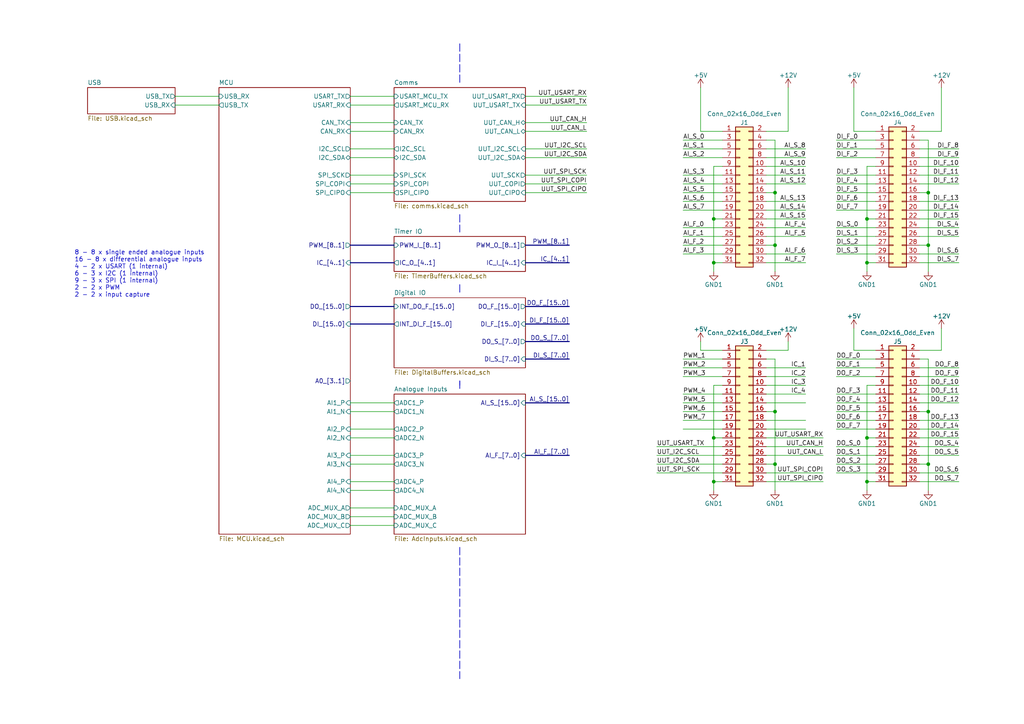
<source format=kicad_sch>
(kicad_sch (version 20211123) (generator eeschema)
  (paper "A4")
  (title_block (title "STM23G4 MCU TEST KIT") (rev "A") (comment 1 "M.KITCHENER"))
  (lib_symbols
    (symbol "Connector_Generic:Conn_02x16_Odd_Even" (pin_names (offset 1.016) hide)
      (property "Reference" "J" (at 1.27 20.32 0))
      (property "Value" "Conn_02x16_Odd_Even" (at 1.27 -22.86 0))
      (symbol "Conn_02x16_Odd_Even_1_1"
        (rectangle (start -1.27 -20.193) (end 0 -20.447) (stroke (width 0.1524)))
        (rectangle (start -1.27 -17.653) (end 0 -17.907) (stroke (width 0.1524)))
        (rectangle (start -1.27 -15.113) (end 0 -15.367) (stroke (width 0.1524)))
        (rectangle (start -1.27 -12.573) (end 0 -12.827) (stroke (width 0.1524)))
        (rectangle (start -1.27 -10.033) (end 0 -10.287) (stroke (width 0.1524)))
        (rectangle (start -1.27 -7.493) (end 0 -7.747) (stroke (width 0.1524)))
        (rectangle (start -1.27 -4.953) (end 0 -5.207) (stroke (width 0.1524)))
        (rectangle (start -1.27 -2.413) (end 0 -2.667) (stroke (width 0.1524)))
        (rectangle (start -1.27 0.127) (end 0 -0.127) (stroke (width 0.1524)))
        (rectangle (start -1.27 2.667) (end 0 2.413) (stroke (width 0.1524)))
        (rectangle (start -1.27 5.207) (end 0 4.953) (stroke (width 0.1524)))
        (rectangle (start -1.27 7.747) (end 0 7.493) (stroke (width 0.1524)))
        (rectangle (start -1.27 10.287) (end 0 10.033) (stroke (width 0.1524)))
        (rectangle (start -1.27 12.827) (end 0 12.573) (stroke (width 0.1524)))
        (rectangle (start -1.27 15.367) (end 0 15.113) (stroke (width 0.1524)))
        (rectangle (start -1.27 17.907) (end 0 17.653) (stroke (width 0.1524)))
        (rectangle (start -1.27 19.05) (end 3.81 -21.59) (stroke (width 0.254)) (fill (type background)))
        (rectangle (start 3.81 -20.193) (end 2.54 -20.447) (stroke (width 0.1524)))
        (rectangle (start 3.81 -17.653) (end 2.54 -17.907) (stroke (width 0.1524)))
        (rectangle (start 3.81 -15.113) (end 2.54 -15.367) (stroke (width 0.1524)))
        (rectangle (start 3.81 -12.573) (end 2.54 -12.827) (stroke (width 0.1524)))
        (rectangle (start 3.81 -10.033) (end 2.54 -10.287) (stroke (width 0.1524)))
        (rectangle (start 3.81 -7.493) (end 2.54 -7.747) (stroke (width 0.1524)))
        (rectangle (start 3.81 -4.953) (end 2.54 -5.207) (stroke (width 0.1524)))
        (rectangle (start 3.81 -2.413) (end 2.54 -2.667) (stroke (width 0.1524)))
        (rectangle (start 3.81 0.127) (end 2.54 -0.127) (stroke (width 0.1524)))
        (rectangle (start 3.81 2.667) (end 2.54 2.413) (stroke (width 0.1524)))
        (rectangle (start 3.81 5.207) (end 2.54 4.953) (stroke (width 0.1524)))
        (rectangle (start 3.81 7.747) (end 2.54 7.493) (stroke (width 0.1524)))
        (rectangle (start 3.81 10.287) (end 2.54 10.033) (stroke (width 0.1524)))
        (rectangle (start 3.81 12.827) (end 2.54 12.573) (stroke (width 0.1524)))
        (rectangle (start 3.81 15.367) (end 2.54 15.113) (stroke (width 0.1524)))
        (rectangle (start 3.81 17.907) (end 2.54 17.653) (stroke (width 0.1524)))
        (pin passive line (at -5.08 17.78 0) (length 3.81) (name "Pin_1") (number "1"))
        (pin passive line (at 7.62 7.62 180) (length 3.81) (name "Pin_10") (number "10"))
        (pin passive line (at -5.08 5.08 0) (length 3.81) (name "Pin_11") (number "11"))
        (pin passive line (at 7.62 5.08 180) (length 3.81) (name "Pin_12") (number "12"))
        (pin passive line (at -5.08 2.54 0) (length 3.81) (name "Pin_13") (number "13"))
        (pin passive line (at 7.62 2.54 180) (length 3.81) (name "Pin_14") (number "14"))
        (pin passive line (at -5.08 0 0) (length 3.81) (name "Pin_15") (number "15"))
        (pin passive line (at 7.62 0 180) (length 3.81) (name "Pin_16") (number "16"))
        (pin passive line (at -5.08 -2.54 0) (length 3.81) (name "Pin_17") (number "17"))
        (pin passive line (at 7.62 -2.54 180) (length 3.81) (name "Pin_18") (number "18"))
        (pin passive line (at -5.08 -5.08 0) (length 3.81) (name "Pin_19") (number "19"))
        (pin passive line (at 7.62 17.78 180) (length 3.81) (name "Pin_2") (number "2"))
        (pin passive line (at 7.62 -5.08 180) (length 3.81) (name "Pin_20") (number "20"))
        (pin passive line (at -5.08 -7.62 0) (length 3.81) (name "Pin_21") (number "21"))
        (pin passive line (at 7.62 -7.62 180) (length 3.81) (name "Pin_22") (number "22"))
        (pin passive line (at -5.08 -10.16 0) (length 3.81) (name "Pin_23") (number "23"))
        (pin passive line (at 7.62 -10.16 180) (length 3.81) (name "Pin_24") (number "24"))
        (pin passive line (at -5.08 -12.7 0) (length 3.81) (name "Pin_25") (number "25"))
        (pin passive line (at 7.62 -12.7 180) (length 3.81) (name "Pin_26") (number "26"))
        (pin passive line (at -5.08 -15.24 0) (length 3.81) (name "Pin_27") (number "27"))
        (pin passive line (at 7.62 -15.24 180) (length 3.81) (name "Pin_28") (number "28"))
        (pin passive line (at -5.08 -17.78 0) (length 3.81) (name "Pin_29") (number "29"))
        (pin passive line (at -5.08 15.24 0) (length 3.81) (name "Pin_3") (number "3"))
        (pin passive line (at 7.62 -17.78 180) (length 3.81) (name "Pin_30") (number "30"))
        (pin passive line (at -5.08 -20.32 0) (length 3.81) (name "Pin_31") (number "31"))
        (pin passive line (at 7.62 -20.32 180) (length 3.81) (name "Pin_32") (number "32"))
        (pin passive line (at 7.62 15.24 180) (length 3.81) (name "Pin_4") (number "4"))
        (pin passive line (at -5.08 12.7 0) (length 3.81) (name "Pin_5") (number "5"))
        (pin passive line (at 7.62 12.7 180) (length 3.81) (name "Pin_6") (number "6"))
        (pin passive line (at -5.08 10.16 0) (length 3.81) (name "Pin_7") (number "7"))
        (pin passive line (at 7.62 10.16 180) (length 3.81) (name "Pin_8") (number "8"))
        (pin passive line (at -5.08 7.62 0) (length 3.81) (name "Pin_9") (number "9"))
      )
    )
    (symbol "power:+12V" (power) (pin_names (offset 0))
      (property "Value" "+12V" (at 0 3.556 0))
      (symbol "+12V_0_1"
        (polyline (pts (xy -0.762 1.27) (xy 0 2.54)))
        (polyline (pts (xy 0 0) (xy 0 2.54)))
        (polyline (pts (xy 0 2.54) (xy 0.762 1.27)))
      )
      (symbol "+12V_1_1"
        (pin power_in line (at 0 0 90) (length 0) hide (name "+12V") (number "1"))
      )
    )
    (symbol "power:+5V" (power) (pin_names (offset 0))
      (property "Value" "+5V" (at 0 3.556 0))
      (symbol "+5V_0_1"
        (polyline (pts (xy -0.762 1.27) (xy 0 2.54)))
        (polyline (pts (xy 0 0) (xy 0 2.54)))
        (polyline (pts (xy 0 2.54) (xy 0.762 1.27)))
      )
      (symbol "+5V_1_1"
        (pin power_in line (at 0 0 90) (length 0) hide (name "+5V") (number "1"))
      )
    )
    (symbol "power:GND1" (power) (pin_names (offset 0))
      (property "Value" "GND1" (at 0 -3.81 0))
      (symbol "GND1_0_1"
        (polyline (pts (xy 0 0) (xy 0 -1.27) (xy 1.27 -1.27) (xy 0 -2.54) (xy -1.27 -1.27) (xy 0 -1.27)))
      )
      (symbol "GND1_1_1"
        (pin power_in line (at 0 0 270) (length 0) hide (name "GND1") (number "1"))
      )
    )
  )
  (junction (at 207.01 127))
  (junction (at 224.79 134.62))
  (junction (at 269.24 119.38))
  (junction (at 207.01 63.5))
  (junction (at 207.01 76.2))
  (junction (at 207.01 139.7))
  (junction (at 269.24 134.62))
  (junction (at 269.24 55.88))
  (junction (at 251.46 63.5))
  (junction (at 251.46 127))
  (junction (at 269.24 71.12))
  (junction (at 251.46 139.7))
  (junction (at 224.79 119.38))
  (junction (at 224.79 71.12))
  (junction (at 224.79 55.88))
  (junction (at 251.46 76.2))
  (wire (pts (xy 101.6 152.4) (xy 114.3 152.4)))
  (wire (pts (xy 242.57 134.62) (xy 254 134.62)))
  (wire (pts (xy 198.12 119.38) (xy 209.55 119.38)))
  (wire (pts (xy 198.12 45.72) (xy 209.55 45.72)))
  (wire (pts (xy 266.7 119.38) (xy 269.24 119.38)))
  (wire (pts (xy 198.12 71.12) (xy 209.55 71.12)))
  (wire (pts (xy 152.4 50.8) (xy 170.18 50.8)))
  (wire (pts (xy 209.55 48.26) (xy 207.01 48.26)))
  (wire (pts (xy 233.68 116.84) (xy 222.25 116.84)))
  (wire (pts (xy 242.57 132.08) (xy 254 132.08)))
  (wire (pts (xy 251.46 76.2) (xy 254 76.2)))
  (wire (pts (xy 222.25 101.6) (xy 228.6 101.6)))
  (wire (pts (xy 233.68 124.46) (xy 222.25 124.46)))
  (wire (pts (xy 209.55 38.1) (xy 203.2 38.1)))
  (wire (pts (xy 242.57 121.92) (xy 254 121.92)))
  (wire (pts (xy 190.5 137.16) (xy 209.55 137.16)))
  (wire (pts (xy 242.57 114.3) (xy 254 114.3)))
  (wire (pts (xy 278.13 114.3) (xy 266.7 114.3)))
  (bus (pts (xy 101.6 93.98) (xy 114.3 93.98)))
  (wire (pts (xy 101.6 124.46) (xy 114.3 124.46)))
  (wire (pts (xy 242.57 124.46) (xy 254 124.46)))
  (wire (pts (xy 278.13 53.34) (xy 266.7 53.34)))
  (wire (pts (xy 251.46 127) (xy 251.46 139.7)))
  (wire (pts (xy 233.68 63.5) (xy 222.25 63.5)))
  (wire (pts (xy 269.24 104.14) (xy 269.24 119.38)))
  (wire (pts (xy 242.57 109.22) (xy 254 109.22)))
  (wire (pts (xy 198.12 124.46) (xy 209.55 124.46)))
  (wire (pts (xy 247.65 95.25) (xy 247.65 101.6)))
  (wire (pts (xy 101.6 53.34) (xy 114.3 53.34)))
  (wire (pts (xy 152.4 55.88) (xy 170.18 55.88)))
  (wire (pts (xy 251.46 139.7) (xy 254 139.7)))
  (wire (pts (xy 251.46 48.26) (xy 251.46 63.5)))
  (wire (pts (xy 198.12 68.58) (xy 209.55 68.58)))
  (wire (pts (xy 101.6 139.7) (xy 114.3 139.7)))
  (wire (pts (xy 224.79 134.62) (xy 224.79 142.24)))
  (wire (pts (xy 278.13 45.72) (xy 266.7 45.72)))
  (wire (pts (xy 207.01 63.5) (xy 209.55 63.5)))
  (wire (pts (xy 233.68 111.76) (xy 222.25 111.76)))
  (wire (pts (xy 222.25 38.1) (xy 228.6 38.1)))
  (wire (pts (xy 224.79 40.64) (xy 224.79 55.88)))
  (wire (pts (xy 222.25 134.62) (xy 224.79 134.62)))
  (wire (pts (xy 278.13 60.96) (xy 266.7 60.96)))
  (wire (pts (xy 198.12 104.14) (xy 209.55 104.14)))
  (wire (pts (xy 242.57 50.8) (xy 254 50.8)))
  (wire (pts (xy 254 48.26) (xy 251.46 48.26)))
  (wire (pts (xy 278.13 124.46) (xy 266.7 124.46)))
  (wire (pts (xy 233.68 53.34) (xy 222.25 53.34)))
  (bus (pts (xy 152.4 104.14) (xy 165.1 104.14)))
  (wire (pts (xy 278.13 50.8) (xy 266.7 50.8)))
  (wire (pts (xy 242.57 43.18) (xy 254 43.18)))
  (wire (pts (xy 152.4 38.1) (xy 170.18 38.1)))
  (wire (pts (xy 203.2 99.06) (xy 203.2 101.6)))
  (wire (pts (xy 242.57 106.68) (xy 254 106.68)))
  (wire (pts (xy 101.6 38.1) (xy 114.3 38.1)))
  (wire (pts (xy 273.05 25.4) (xy 273.05 38.1)))
  (bus (pts (xy 152.4 71.12) (xy 165.1 71.12)))
  (wire (pts (xy 209.55 101.6) (xy 203.2 101.6)))
  (wire (pts (xy 101.6 119.38) (xy 114.3 119.38)))
  (wire (pts (xy 278.13 111.76) (xy 266.7 111.76)))
  (wire (pts (xy 101.6 142.24) (xy 114.3 142.24)))
  (wire (pts (xy 207.01 111.76) (xy 207.01 127)))
  (wire (pts (xy 198.12 106.68) (xy 209.55 106.68)))
  (polyline (pts (xy 133.35 12.7) (xy 133.35 24.13)) (stroke (width 0.2)))
  (wire (pts (xy 50.8 30.48) (xy 63.5 30.48)))
  (wire (pts (xy 233.68 48.26) (xy 222.25 48.26)))
  (wire (pts (xy 266.7 38.1) (xy 273.05 38.1)))
  (wire (pts (xy 101.6 55.88) (xy 114.3 55.88)))
  (wire (pts (xy 101.6 50.8) (xy 114.3 50.8)))
  (polyline (pts (xy 133.35 110.49) (xy 133.35 111.76)) (stroke (width 0.2)))
  (wire (pts (xy 207.01 139.7) (xy 209.55 139.7)))
  (wire (pts (xy 251.46 76.2) (xy 251.46 78.74)))
  (wire (pts (xy 222.25 40.64) (xy 224.79 40.64)))
  (wire (pts (xy 278.13 127) (xy 266.7 127)))
  (wire (pts (xy 251.46 63.5) (xy 254 63.5)))
  (wire (pts (xy 198.12 58.42) (xy 209.55 58.42)))
  (wire (pts (xy 224.79 71.12) (xy 224.79 78.74)))
  (wire (pts (xy 233.68 73.66) (xy 222.25 73.66)))
  (wire (pts (xy 254 101.6) (xy 247.65 101.6)))
  (wire (pts (xy 242.57 68.58) (xy 254 68.58)))
  (wire (pts (xy 198.12 109.22) (xy 209.55 109.22)))
  (wire (pts (xy 233.68 58.42) (xy 222.25 58.42)))
  (wire (pts (xy 198.12 116.84) (xy 209.55 116.84)))
  (wire (pts (xy 152.4 35.56) (xy 170.18 35.56)))
  (wire (pts (xy 101.6 147.32) (xy 114.3 147.32)))
  (wire (pts (xy 198.12 114.3) (xy 209.55 114.3)))
  (wire (pts (xy 198.12 40.64) (xy 209.55 40.64)))
  (wire (pts (xy 242.57 104.14) (xy 254 104.14)))
  (wire (pts (xy 152.4 30.48) (xy 170.18 30.48)))
  (wire (pts (xy 222.25 71.12) (xy 224.79 71.12)))
  (wire (pts (xy 198.12 73.66) (xy 209.55 73.66)))
  (wire (pts (xy 233.68 68.58) (xy 222.25 68.58)))
  (wire (pts (xy 266.7 104.14) (xy 269.24 104.14)))
  (wire (pts (xy 278.13 137.16) (xy 266.7 137.16)))
  (wire (pts (xy 278.13 63.5) (xy 266.7 63.5)))
  (wire (pts (xy 209.55 111.76) (xy 207.01 111.76)))
  (wire (pts (xy 238.76 127) (xy 222.25 127)))
  (wire (pts (xy 228.6 99.06) (xy 228.6 101.6)))
  (wire (pts (xy 233.68 66.04) (xy 222.25 66.04)))
  (wire (pts (xy 242.57 58.42) (xy 254 58.42)))
  (wire (pts (xy 269.24 134.62) (xy 269.24 142.24)))
  (wire (pts (xy 207.01 48.26) (xy 207.01 63.5)))
  (wire (pts (xy 278.13 139.7) (xy 266.7 139.7)))
  (wire (pts (xy 198.12 121.92) (xy 209.55 121.92)))
  (wire (pts (xy 207.01 76.2) (xy 209.55 76.2)))
  (wire (pts (xy 242.57 119.38) (xy 254 119.38)))
  (wire (pts (xy 198.12 60.96) (xy 209.55 60.96)))
  (bus (pts (xy 152.4 93.98) (xy 165.1 93.98)))
  (polyline (pts (xy 133.35 82.55) (xy 133.35 85.09)) (stroke (width 0.2)))
  (wire (pts (xy 278.13 109.22) (xy 266.7 109.22)))
  (wire (pts (xy 251.46 139.7) (xy 251.46 142.24)))
  (wire (pts (xy 266.7 55.88) (xy 269.24 55.88)))
  (wire (pts (xy 101.6 27.94) (xy 114.3 27.94)))
  (wire (pts (xy 238.76 129.54) (xy 222.25 129.54)))
  (bus (pts (xy 152.4 88.9) (xy 165.1 88.9)))
  (wire (pts (xy 233.68 109.22) (xy 222.25 109.22)))
  (wire (pts (xy 266.7 71.12) (xy 269.24 71.12)))
  (wire (pts (xy 269.24 71.12) (xy 269.24 78.74)))
  (wire (pts (xy 242.57 45.72) (xy 254 45.72)))
  (wire (pts (xy 101.6 116.84) (xy 114.3 116.84)))
  (wire (pts (xy 207.01 127) (xy 209.55 127)))
  (wire (pts (xy 203.2 25.4) (xy 203.2 38.1)))
  (wire (pts (xy 278.13 66.04) (xy 266.7 66.04)))
  (wire (pts (xy 269.24 55.88) (xy 269.24 71.12)))
  (wire (pts (xy 152.4 27.94) (xy 170.18 27.94)))
  (wire (pts (xy 278.13 48.26) (xy 266.7 48.26)))
  (wire (pts (xy 207.01 63.5) (xy 207.01 76.2)))
  (wire (pts (xy 222.25 119.38) (xy 224.79 119.38)))
  (wire (pts (xy 242.57 66.04) (xy 254 66.04)))
  (polyline (pts (xy 133.35 158.75) (xy 133.35 196.85)) (stroke (width 0.2)))
  (wire (pts (xy 190.5 129.54) (xy 209.55 129.54)))
  (wire (pts (xy 152.4 53.34) (xy 170.18 53.34)))
  (wire (pts (xy 101.6 45.72) (xy 114.3 45.72)))
  (wire (pts (xy 233.68 114.3) (xy 222.25 114.3)))
  (wire (pts (xy 242.57 55.88) (xy 254 55.88)))
  (wire (pts (xy 101.6 35.56) (xy 114.3 35.56)))
  (wire (pts (xy 101.6 43.18) (xy 114.3 43.18)))
  (wire (pts (xy 278.13 76.2) (xy 266.7 76.2)))
  (wire (pts (xy 224.79 119.38) (xy 224.79 134.62)))
  (wire (pts (xy 278.13 58.42) (xy 266.7 58.42)))
  (wire (pts (xy 266.7 134.62) (xy 269.24 134.62)))
  (wire (pts (xy 50.8 27.94) (xy 63.5 27.94)))
  (wire (pts (xy 198.12 53.34) (xy 209.55 53.34)))
  (wire (pts (xy 242.57 71.12) (xy 254 71.12)))
  (wire (pts (xy 233.68 60.96) (xy 222.25 60.96)))
  (bus (pts (xy 101.6 88.9) (xy 114.3 88.9)))
  (wire (pts (xy 269.24 119.38) (xy 269.24 134.62)))
  (wire (pts (xy 233.68 76.2) (xy 222.25 76.2)))
  (wire (pts (xy 278.13 132.08) (xy 266.7 132.08)))
  (bus (pts (xy 101.6 76.2) (xy 114.3 76.2)))
  (wire (pts (xy 278.13 73.66) (xy 266.7 73.66)))
  (wire (pts (xy 152.4 45.72) (xy 170.18 45.72)))
  (wire (pts (xy 207.01 76.2) (xy 207.01 78.74)))
  (wire (pts (xy 242.57 60.96) (xy 254 60.96)))
  (wire (pts (xy 190.5 132.08) (xy 209.55 132.08)))
  (wire (pts (xy 278.13 116.84) (xy 266.7 116.84)))
  (wire (pts (xy 233.68 45.72) (xy 222.25 45.72)))
  (wire (pts (xy 238.76 137.16) (xy 222.25 137.16)))
  (bus (pts (xy 152.4 76.2) (xy 165.1 76.2)))
  (wire (pts (xy 278.13 43.18) (xy 266.7 43.18)))
  (wire (pts (xy 101.6 30.48) (xy 114.3 30.48)))
  (wire (pts (xy 101.6 149.86) (xy 114.3 149.86)))
  (wire (pts (xy 278.13 121.92) (xy 266.7 121.92)))
  (wire (pts (xy 254 111.76) (xy 251.46 111.76)))
  (wire (pts (xy 101.6 127) (xy 114.3 127)))
  (wire (pts (xy 242.57 129.54) (xy 254 129.54)))
  (wire (pts (xy 224.79 104.14) (xy 224.79 119.38)))
  (wire (pts (xy 242.57 137.16) (xy 254 137.16)))
  (wire (pts (xy 222.25 104.14) (xy 224.79 104.14)))
  (bus (pts (xy 152.4 116.84) (xy 165.1 116.84)))
  (polyline (pts (xy 133.35 110.49) (xy 133.35 113.03)) (stroke (width 0.2)))
  (wire (pts (xy 222.25 55.88) (xy 224.79 55.88)))
  (wire (pts (xy 251.46 127) (xy 254 127)))
  (wire (pts (xy 238.76 139.7) (xy 222.25 139.7)))
  (wire (pts (xy 278.13 106.68) (xy 266.7 106.68)))
  (bus (pts (xy 101.6 71.12) (xy 114.3 71.12)))
  (bus (pts (xy 152.4 99.06) (xy 165.1 99.06)))
  (wire (pts (xy 247.65 25.4) (xy 247.65 38.1)))
  (wire (pts (xy 242.57 116.84) (xy 254 116.84)))
  (wire (pts (xy 278.13 129.54) (xy 266.7 129.54)))
  (wire (pts (xy 198.12 43.18) (xy 209.55 43.18)))
  (wire (pts (xy 269.24 40.64) (xy 269.24 55.88)))
  (wire (pts (xy 101.6 132.08) (xy 114.3 132.08)))
  (wire (pts (xy 198.12 50.8) (xy 209.55 50.8)))
  (wire (pts (xy 242.57 40.64) (xy 254 40.64)))
  (wire (pts (xy 101.6 134.62) (xy 114.3 134.62)))
  (wire (pts (xy 233.68 106.68) (xy 222.25 106.68)))
  (wire (pts (xy 233.68 121.92) (xy 222.25 121.92)))
  (wire (pts (xy 266.7 40.64) (xy 269.24 40.64)))
  (wire (pts (xy 254 38.1) (xy 247.65 38.1)))
  (wire (pts (xy 273.05 95.25) (xy 273.05 101.6)))
  (polyline (pts (xy 133.35 62.23) (xy 133.35 67.31)) (stroke (width 0.2)))
  (wire (pts (xy 224.79 55.88) (xy 224.79 71.12)))
  (wire (pts (xy 233.68 43.18) (xy 222.25 43.18)))
  (wire (pts (xy 251.46 63.5) (xy 251.46 76.2)))
  (wire (pts (xy 198.12 66.04) (xy 209.55 66.04)))
  (wire (pts (xy 228.6 25.4) (xy 228.6 38.1)))
  (wire (pts (xy 207.01 139.7) (xy 207.01 142.24)))
  (bus (pts (xy 152.4 132.08) (xy 165.1 132.08)))
  (wire (pts (xy 278.13 68.58) (xy 266.7 68.58)))
  (wire (pts (xy 266.7 101.6) (xy 273.05 101.6)))
  (wire (pts (xy 152.4 43.18) (xy 170.18 43.18)))
  (wire (pts (xy 198.12 55.88) (xy 209.55 55.88)))
  (wire (pts (xy 238.76 132.08) (xy 222.25 132.08)))
  (wire (pts (xy 190.5 134.62) (xy 209.55 134.62)))
  (wire (pts (xy 251.46 111.76) (xy 251.46 127)))
  (wire (pts (xy 242.57 73.66) (xy 254 73.66)))
  (wire (pts (xy 233.68 50.8) (xy 222.25 50.8)))
  (wire (pts (xy 207.01 127) (xy 207.01 139.7)))
  (wire (pts (xy 242.57 53.34) (xy 254 53.34)))
  (text "8 - 8 x single ended analogue inputs\n16 - 8 x differential analogue inputs\n4 - 2 x USART (1 internal)\n6 - 3 x I2C (1 internal)\n9 - 3 x SPI (1 internal)\n2 - 2 x PWM \n2 - 2 x input capture" (at 21.59 86.36 0) (effects (font (size 1.27 1.27)) (justify left bottom)))
  (label "UUT_CAN_L" (at 170.18 38.1 180))
  (label "DO_S_4" (at 278.13 129.54 180))
  (label "DI_S_1" (at 242.57 68.58 0))
  (label "DI_F_9" (at 278.13 45.72 180))
  (label "DI_F_12" (at 278.13 53.34 180))
  (label "UUT_SPI_CIPO" (at 238.76 139.7 180))
  (label "PWM_6" (at 198.12 119.38 0))
  (label "DO_S_1" (at 242.57 132.08 0))
  (label "DI_S_6" (at 278.13 73.66 180))
  (label "DO_F_9" (at 278.13 109.22 180))
  (label "DI_F_5" (at 242.57 55.88 0))
  (label "AI_F_2" (at 198.12 71.12 0))
  (label "DI_S_3" (at 242.57 73.66 0))
  (label "DO_F_10" (at 278.13 111.76 180))
  (label "DI_F_11" (at 278.13 50.8 180))
  (label "AI_F_4" (at 233.68 66.04 180))
  (label "UUT_USART_TX" (at 170.18 30.48 180))
  (label "DO_F_7" (at 242.57 124.46 0))
  (label "DI_F_14" (at 278.13 60.96 180))
  (label "UUT_CAN_H" (at 170.18 35.56 180))
  (label "IC_3" (at 233.68 111.76 180))
  (label "UUT_CAN_L" (at 238.76 132.08 180))
  (label "DO_F_14" (at 278.13 124.46 180))
  (label "AI_S_7" (at 198.12 60.96 0))
  (label "UUT_I2C_SCL" (at 170.18 43.18 180))
  (label "DO_S_[7..0]" (at 165.1 99.06 180))
  (label "DO_F_13" (at 278.13 121.92 180))
  (label "DO_F_0" (at 242.57 104.14 0))
  (label "PWM_7" (at 198.12 121.92 0))
  (label "DO_F_6" (at 242.57 121.92 0))
  (label "PWM_2" (at 198.12 106.68 0))
  (label "PWM_3" (at 198.12 109.22 0))
  (label "AI_S_10" (at 233.68 48.26 180))
  (label "AI_S_5" (at 198.12 55.88 0))
  (label "DI_F_1" (at 242.57 43.18 0))
  (label "UUT_I2C_SCL" (at 190.5 132.08 0))
  (label "DI_F_4" (at 242.57 53.34 0))
  (label "DO_F_1" (at 242.57 106.68 0))
  (label "AI_S_6" (at 198.12 58.42 0))
  (label "DI_F_2" (at 242.57 45.72 0))
  (label "UUT_I2C_SDA" (at 190.5 134.62 0))
  (label "AI_S_2" (at 198.12 45.72 0))
  (label "DI_S_5" (at 278.13 68.58 180))
  (label "AI_S_4" (at 198.12 53.34 0))
  (label "DO_S_3" (at 242.57 137.16 0))
  (label "PWM_5" (at 198.12 116.84 0))
  (label "UUT_SPI_CIPO" (at 170.18 55.88 180))
  (label "AI_F_0" (at 198.12 66.04 0))
  (label "DI_S_4" (at 278.13 66.04 180))
  (label "AI_F_[7..0]" (at 165.1 132.08 180))
  (label "DI_S_0" (at 242.57 66.04 0))
  (label "AI_F_1" (at 198.12 68.58 0))
  (label "PWM_1" (at 198.12 104.14 0))
  (label "UUT_USART_RX" (at 170.18 27.94 180))
  (label "IC_2" (at 233.68 109.22 180))
  (label "IC_4" (at 233.68 114.3 180))
  (label "DI_F_15" (at 278.13 63.5 180))
  (label "AI_F_3" (at 198.12 73.66 0))
  (label "UUT_I2C_SDA" (at 170.18 45.72 180))
  (label "AI_S_13" (at 233.68 58.42 180))
  (label "AI_F_6" (at 233.68 73.66 180))
  (label "DO_F_15" (at 278.13 127 180))
  (label "DI_F_0" (at 242.57 40.64 0))
  (label "DI_S_[7..0]" (at 165.1 104.14 180))
  (label "AI_S_11" (at 233.68 50.8 180))
  (label "DO_F_11" (at 278.13 114.3 180))
  (label "UUT_SPI_SCK" (at 170.18 50.8 180))
  (label "PWM_4" (at 198.12 114.3 0))
  (label "AI_S_8" (at 233.68 43.18 180))
  (label "DI_F_3" (at 242.57 50.8 0))
  (label "DI_F_7" (at 242.57 60.96 0))
  (label "UUT_SPI_COPI" (at 170.18 53.34 180))
  (label "DO_S_0" (at 242.57 129.54 0))
  (label "AI_S_1" (at 198.12 43.18 0))
  (label "DO_F_4" (at 242.57 116.84 0))
  (label "DO_S_6" (at 278.13 137.16 180))
  (label "DO_S_7" (at 278.13 139.7 180))
  (label "AI_S_12" (at 233.68 53.34 180))
  (label "PWM_[8..1]" (at 165.1 71.12 180))
  (label "AI_S_[15..0]" (at 165.1 116.84 180))
  (label "DO_F_2" (at 242.57 109.22 0))
  (label "AI_S_14" (at 233.68 60.96 180))
  (label "DI_S_7" (at 278.13 76.2 180))
  (label "AI_F_5" (at 233.68 68.58 180))
  (label "DO_S_2" (at 242.57 134.62 0))
  (label "IC_1" (at 233.68 106.68 180))
  (label "AI_S_0" (at 198.12 40.64 0))
  (label "DI_F_8" (at 278.13 43.18 180))
  (label "AI_S_3" (at 198.12 50.8 0))
  (label "UUT_USART_TX" (at 190.5 129.54 0))
  (label "DI_F_10" (at 278.13 48.26 180))
  (label "AI_S_9" (at 233.68 45.72 180))
  (label "UUT_SPI_COPI" (at 238.76 137.16 180))
  (label "DO_F_5" (at 242.57 119.38 0))
  (label "AI_S_15" (at 233.68 63.5 180))
  (label "DI_S_2" (at 242.57 71.12 0))
  (label "UUT_USART_RX" (at 238.76 127 180))
  (label "DO_F_12" (at 278.13 116.84 180))
  (label "DO_F_3" (at 242.57 114.3 0))
  (label "DI_F_[15..0]" (at 165.1 93.98 180))
  (label "IC_[4..1]" (at 165.1 76.2 180))
  (label "DO_S_5" (at 278.13 132.08 180))
  (label "DO_F_[15..0]" (at 165.1 88.9 180))
  (label "UUT_CAN_H" (at 238.76 129.54 180))
  (label "UUT_SPI_SCK" (at 190.5 137.16 0))
  (label "AI_F_7" (at 233.68 76.2 180))
  (label "DO_F_8" (at 278.13 106.68 180))
  (label "DI_F_6" (at 242.57 58.42 0))
  (label "DI_F_13" (at 278.13 58.42 180))
  (symbol (lib_id "power:GND1") (at 269.24 78.74 0) (unit 1)
    (property "Reference" "#PWR033" (effects hide))
    (property "Value" "GND1" (at 269.24 82.55 0))
  )
  (symbol (lib_id "power:GND1") (at 269.24 142.24 0) (unit 1)
    (property "Reference" "#PWR034" (effects hide))
    (property "Value" "GND1" (at 269.24 146.05 0))
  )
  (symbol (lib_id "power:+5V") (at 247.65 25.4 0) (unit 1)
    (property "Reference" "#PWR029" (effects hide))
    (property "Value" "+5V" (at 247.65 21.844 0))
  )
  (symbol (lib_id "power:+5V") (at 203.2 25.4 0) (unit 1)
    (property "Reference" "#PWR011" (effects hide))
    (property "Value" "+5V" (at 203.2 21.844 0))
  )
  (symbol (lib_id "power:GND1") (at 207.01 142.24 0) (unit 1)
    (property "Reference" "#PWR014" (effects hide))
    (property "Value" "GND1" (at 207.01 146.05 0))
  )
  (symbol (lib_id "power:GND1") (at 251.46 78.74 0) (unit 1)
    (property "Reference" "#PWR031" (effects hide))
    (property "Value" "GND1" (at 251.46 82.55 0))
  )
  (symbol (lib_id "power:GND1") (at 224.79 78.74 0) (unit 1)
    (property "Reference" "#PWR015" (effects hide))
    (property "Value" "GND1" (at 224.79 82.55 0))
  )
  (symbol (lib_id "Connector_Generic:Conn_02x16_Odd_Even") (at 214.63 119.38 0) (unit 1)
    (property "Reference" "J3" (at 215.9 99.06 0))
    (property "Value" "Conn_02x16_Odd_Even" (at 215.9 96.52 0))
    (property "Footprint" "Connector_PinHeader_2.00mm:PinHeader_2x32_P2.00mm_Horizontal" (effects hide))
  )
  (symbol (lib_id "power:GND1") (at 224.79 142.24 0) (unit 1)
    (property "Reference" "#PWR016" (effects hide))
    (property "Value" "GND1" (at 224.79 146.05 0))
  )
  (symbol (lib_id "power:+12V") (at 273.05 95.25 0) (unit 1)
    (property "Reference" "#PWR036" (effects hide))
    (property "Value" "+12V" (at 273.05 91.694 0))
  )
  (symbol (lib_id "Connector_Generic:Conn_02x16_Odd_Even") (at 259.08 55.88 0) (unit 1)
    (property "Reference" "J4" (at 260.35 35.56 0))
    (property "Value" "Conn_02x16_Odd_Even" (at 260.35 33.02 0))
    (property "Footprint" "Connector_PinHeader_2.00mm:PinHeader_2x32_P2.00mm_Horizontal" (effects hide))
  )
  (symbol (lib_id "power:GND1") (at 251.46 142.24 0) (unit 1)
    (property "Reference" "#PWR032" (effects hide))
    (property "Value" "GND1" (at 251.46 146.05 0))
  )
  (symbol (lib_id "power:+12V") (at 273.05 25.4 0) (unit 1)
    (property "Reference" "#PWR035" (effects hide))
    (property "Value" "+12V" (at 273.05 21.844 0))
  )
  (symbol (lib_id "Connector_Generic:Conn_02x16_Odd_Even") (at 214.63 55.88 0) (unit 1)
    (property "Reference" "J1" (at 215.9 35.56 0))
    (property "Value" "Conn_02x16_Odd_Even" (at 215.9 33.02 0))
    (property "Footprint" "Connector_PinHeader_2.00mm:PinHeader_2x32_P2.00mm_Horizontal" (effects hide))
  )
  (symbol (lib_id "power:+12V") (at 228.6 99.06 0) (unit 1)
    (property "Reference" "#PWR028" (effects hide))
    (property "Value" "+12V" (at 228.6 95.504 0))
  )
  (symbol (lib_id "Connector_Generic:Conn_02x16_Odd_Even") (at 259.08 119.38 0) (unit 1)
    (property "Reference" "J5" (at 260.35 99.06 0))
    (property "Value" "Conn_02x16_Odd_Even" (at 260.35 96.52 0))
    (property "Footprint" "Connector_PinHeader_2.00mm:PinHeader_2x32_P2.00mm_Horizontal" (effects hide))
  )
  (symbol (lib_id "power:+12V") (at 228.6 25.4 0) (unit 1)
    (property "Reference" "#PWR027" (effects hide))
    (property "Value" "+12V" (at 228.6 21.844 0))
  )
  (symbol (lib_id "power:GND1") (at 207.01 78.74 0) (unit 1)
    (property "Reference" "#PWR013" (effects hide))
    (property "Value" "GND1" (at 207.01 82.55 0))
  )
  (symbol (lib_id "power:+5V") (at 247.65 95.25 0) (unit 1)
    (property "Reference" "#PWR030" (effects hide))
    (property "Value" "+5V" (at 247.65 91.694 0))
  )
  (symbol (lib_id "power:+5V") (at 203.2 99.06 0) (unit 1)
    (property "Reference" "#PWR012" (effects hide))
    (property "Value" "+5V" (at 203.2 95.504 0))
  )
  (sheet (at 63.5 25.4) (size 38.1 129.54) (stroke (width 0.1524))
    (property "Sheet name" "MCU" (at 63.5 24.6884 0) (effects (justify left bottom)))
    (property "Sheet file" "MCU.kicad_sch" (at 63.5 155.5246 0) (effects (justify left top)))
    (pin "USB_TX" output (at 63.5 30.48 180))
    (pin "USB_RX" input (at 63.5 27.94 180))
    (pin "CAN_RX" input (at 101.6 38.1 0))
    (pin "CAN_TX" input (at 101.6 35.56 0))
    (pin "I2C_SCL" output (at 101.6 43.18 0))
    (pin "I2C_SDA" bidirectional (at 101.6 45.72 0))
    (pin "SPI_SCK" output (at 101.6 50.8 0))
    (pin "SPI_COPI" input (at 101.6 53.34 0))
    (pin "SPI_CIPO" input (at 101.6 55.88 0))
    (pin "USART_TX" output (at 101.6 27.94 0))
    (pin "USART_RX" input (at 101.6 30.48 0))
    (pin "DI_[15..0]" input (at 101.6 93.98 0))
    (pin "DO_[15..0]" output (at 101.6 88.9 0))
    (pin "A0_[3..1]" output (at 101.6 110.49 0))
    (pin "PWM_[8..1]" output (at 101.6 71.12 0))
    (pin "IC_[4..1]" input (at 101.6 76.2 0))
    (pin "AI1_P" input (at 101.6 116.84 0))
    (pin "AI1_N" input (at 101.6 119.38 0))
    (pin "AI4_N" input (at 101.6 142.24 0))
    (pin "AI4_P" input (at 101.6 139.7 0))
    (pin "AI2_N" input (at 101.6 127 0))
    (pin "AI2_P" input (at 101.6 124.46 0))
    (pin "AI3_N" input (at 101.6 134.62 0))
    (pin "AI3_P" input (at 101.6 132.08 0))
    (pin "ADC_MUX_B" output (at 101.6 149.86 0))
    (pin "ADC_MUX_C" output (at 101.6 152.4 0))
    (pin "ADC_MUX_A" output (at 101.6 147.32 0))
  )
  (sheet (at 114.3 114.3) (size 38.1 40.64) (stroke (width 0.1524))
    (property "Sheet name" "Analogue Inputs" (at 114.3 113.5884 0) (effects (justify left bottom)))
    (property "Sheet file" "AdcInputs.kicad_sch" (at 114.3 155.5246 0) (effects (justify left top)))
    (pin "AI_S_[15..0]" input (at 152.4 116.84 0))
    (pin "ADC3_P" output (at 114.3 132.08 180))
    (pin "ADC3_N" output (at 114.3 134.62 180))
    (pin "ADC4_P" output (at 114.3 139.7 180))
    (pin "ADC4_N" output (at 114.3 142.24 180))
    (pin "ADC1_P" output (at 114.3 116.84 180))
    (pin "ADC1_N" output (at 114.3 119.38 180))
    (pin "ADC2_P" output (at 114.3 124.46 180))
    (pin "ADC2_N" output (at 114.3 127 180))
    (pin "AI_F_[7..0]" input (at 152.4 132.08 0))
    (pin "ADC_MUX_A" input (at 114.3 147.32 180))
    (pin "ADC_MUX_B" input (at 114.3 149.86 180))
    (pin "ADC_MUX_C" input (at 114.3 152.4 180))
  )
  (sheet (at 114.3 86.36) (size 38.1 20.32) (stroke (width 0.1524))
    (property "Sheet name" "Digital IO" (at 114.3 85.6484 0) (effects (justify left bottom)))
    (property "Sheet file" "DigitalBuffers.kicad_sch" (at 114.3 107.2646 0) (effects (justify left top)))
    (pin "DI_F_[15..0]" input (at 152.4 93.98 0))
    (pin "DO_F_[15..0]" output (at 152.4 88.9 0))
    (pin "INT_DO_F_[15..0]" input (at 114.3 88.9 180))
    (pin "INT_DI_F_[15..0]" output (at 114.3 93.98 180))
    (pin "DI_S_[7..0]" input (at 152.4 104.14 0))
    (pin "DO_S_[7..0]" output (at 152.4 99.06 0))
  )
  (sheet (at 25.4 25.4) (size 25.4 7.62) (stroke (width 0.1524))
    (property "Sheet name" "USB" (at 25.4 24.6884 0) (effects (justify left bottom)))
    (property "Sheet file" "USB.kicad_sch" (at 25.4 33.6046 0) (effects (justify left top)))
    (pin "USB_RX" input (at 50.8 30.48 0))
    (pin "USB_TX" output (at 50.8 27.94 0))
  )
  (sheet (at 114.3 68.58) (size 38.1 10.16) (stroke (width 0.1524))
    (property "Sheet name" "Timer IO" (at 114.3 67.8684 0) (effects (justify left bottom)))
    (property "Sheet file" "TimerBuffers.kicad_sch" (at 114.3 79.3246 0) (effects (justify left top)))
    (pin "PWM_O_[8..1]" output (at 152.4 71.12 0))
    (pin "IC_I_[4..1]" input (at 152.4 76.2 0))
    (pin "PWM_I_[8..1]" input (at 114.3 71.12 180))
    (pin "IC_O_[4..1]" output (at 114.3 76.2 180))
  )
  (sheet (at 114.3 25.4) (size 38.1 33.02) (stroke (width 0.1524))
    (property "Sheet name" "Comms" (at 114.3 24.6884 0) (effects (justify left bottom)))
    (property "Sheet file" "comms.kicad_sch" (at 114.3 59.0046 0) (effects (justify left top)))
    (pin "UUT_USART_RX" output (at 152.4 27.94 0))
    (pin "UUT_USART_TX" input (at 152.4 30.48 0))
    (pin "SPI_COPI" input (at 114.3 53.34 180))
    (pin "SPI_SCK" input (at 114.3 50.8 180))
    (pin "SPI_CIPO" output (at 114.3 55.88 180))
    (pin "USART_MCU_TX" input (at 114.3 27.94 180))
    (pin "USART_MCU_RX" output (at 114.3 30.48 180))
    (pin "CAN_RX" input (at 114.3 38.1 180))
    (pin "CAN_TX" input (at 114.3 35.56 180))
    (pin "I2C_SDA" bidirectional (at 114.3 45.72 180))
    (pin "I2C_SCL" output (at 114.3 43.18 180))
    (pin "UUT_I2C_SCL" input (at 152.4 43.18 0))
    (pin "UUT_I2C_SDA" bidirectional (at 152.4 45.72 0))
    (pin "UUT_CAN_H" bidirectional (at 152.4 35.56 0))
    (pin "UUT_CAN_L" bidirectional (at 152.4 38.1 0))
    (pin "UUT_CIPO" input (at 152.4 55.88 0))
    (pin "UUT_COPI" output (at 152.4 53.34 0))
    (pin "UUT_SCK" output (at 152.4 50.8 0))
  )
)
</source>
